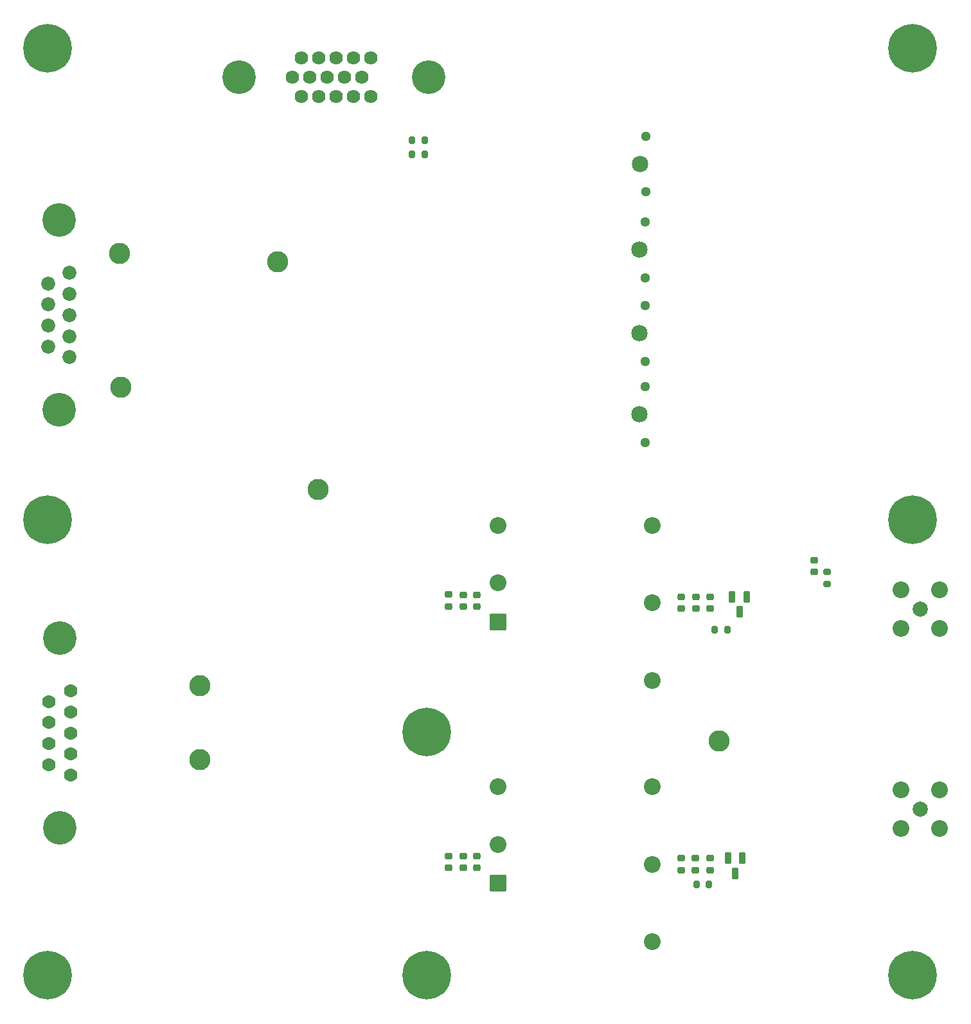
<source format=gbr>
%TF.GenerationSoftware,KiCad,Pcbnew,9.0.3*%
%TF.CreationDate,2025-09-17T10:51:31-04:00*%
%TF.ProjectId,4_COLD_TPC_SiPM_Pre_Amp,345f434f-4c44-45f5-9450-435f5369504d,rev?*%
%TF.SameCoordinates,Original*%
%TF.FileFunction,Soldermask,Bot*%
%TF.FilePolarity,Negative*%
%FSLAX46Y46*%
G04 Gerber Fmt 4.6, Leading zero omitted, Abs format (unit mm)*
G04 Created by KiCad (PCBNEW 9.0.3) date 2025-09-17 10:51:31*
%MOMM*%
%LPD*%
G01*
G04 APERTURE LIST*
G04 Aperture macros list*
%AMRoundRect*
0 Rectangle with rounded corners*
0 $1 Rounding radius*
0 $2 $3 $4 $5 $6 $7 $8 $9 X,Y pos of 4 corners*
0 Add a 4 corners polygon primitive as box body*
4,1,4,$2,$3,$4,$5,$6,$7,$8,$9,$2,$3,0*
0 Add four circle primitives for the rounded corners*
1,1,$1+$1,$2,$3*
1,1,$1+$1,$4,$5*
1,1,$1+$1,$6,$7*
1,1,$1+$1,$8,$9*
0 Add four rect primitives between the rounded corners*
20,1,$1+$1,$2,$3,$4,$5,0*
20,1,$1+$1,$4,$5,$6,$7,0*
20,1,$1+$1,$6,$7,$8,$9,0*
20,1,$1+$1,$8,$9,$2,$3,0*%
G04 Aperture macros list end*
%ADD10RoundRect,0.225000X0.250000X-0.225000X0.250000X0.225000X-0.250000X0.225000X-0.250000X-0.225000X0*%
%ADD11RoundRect,0.225000X-0.250000X0.225000X-0.250000X-0.225000X0.250000X-0.225000X0.250000X0.225000X0*%
%ADD12RoundRect,0.099250X-0.297750X0.632750X-0.297750X-0.632750X0.297750X-0.632750X0.297750X0.632750X0*%
%ADD13C,2.209800*%
%ADD14C,2.006600*%
%ADD15C,2.159000*%
%ADD16C,1.295400*%
%ADD17RoundRect,0.200000X-0.200000X-0.275000X0.200000X-0.275000X0.200000X0.275000X-0.200000X0.275000X0*%
%ADD18C,2.204000*%
%ADD19RoundRect,0.102000X1.000000X-1.000000X1.000000X1.000000X-1.000000X1.000000X-1.000000X-1.000000X0*%
%ADD20C,2.800000*%
%ADD21C,6.400000*%
%ADD22C,1.764000*%
%ADD23C,4.420000*%
%ADD24C,1.779000*%
%ADD25C,1.839000*%
%ADD26RoundRect,0.200000X0.275000X-0.200000X0.275000X0.200000X-0.275000X0.200000X-0.275000X-0.200000X0*%
%ADD27RoundRect,0.200000X0.200000X0.275000X-0.200000X0.275000X-0.200000X-0.275000X0.200000X-0.275000X0*%
G04 APERTURE END LIST*
D10*
%TO.C,C8*%
X187877500Y-162315000D03*
X187877500Y-163865000D03*
%TD*%
%TO.C,C9*%
X189767500Y-162320000D03*
X189767500Y-163870000D03*
%TD*%
%TO.C,C10*%
X191577500Y-162325000D03*
X191577500Y-163875000D03*
%TD*%
D11*
%TO.C,C11*%
X218487500Y-164155000D03*
X218487500Y-162605000D03*
%TD*%
D10*
%TO.C,C13*%
X220397500Y-162605000D03*
X220397500Y-164155000D03*
%TD*%
%TO.C,C14*%
X222307500Y-162605000D03*
X222307500Y-164155000D03*
%TD*%
D12*
%TO.C,D1*%
X225597500Y-164567500D03*
X226547500Y-162607500D03*
X224647500Y-162607500D03*
%TD*%
%TO.C,D2*%
X226165000Y-130157500D03*
X227115000Y-128197500D03*
X225215000Y-128197500D03*
%TD*%
D13*
%TO.C,J4*%
X252540000Y-158650000D03*
X247460000Y-158650000D03*
X247460000Y-153570000D03*
X252540000Y-153570000D03*
D14*
X250000000Y-156110000D03*
%TD*%
D13*
%TO.C,J5*%
X252540000Y-132320000D03*
X247460000Y-132320000D03*
X247460000Y-127240000D03*
X252540000Y-127240000D03*
D14*
X250000000Y-129780000D03*
%TD*%
D15*
%TO.C,P1*%
X212960000Y-93500000D03*
D16*
X213720000Y-89850000D03*
X213720000Y-97170000D03*
%TD*%
D15*
%TO.C,P2*%
X212960000Y-104170000D03*
D16*
X213720000Y-100520000D03*
X213720000Y-107840000D03*
%TD*%
D15*
%TO.C,P3*%
X212970000Y-82510000D03*
D16*
X213730000Y-78860000D03*
X213730000Y-86180000D03*
%TD*%
D15*
%TO.C,P4*%
X213060000Y-71180000D03*
D16*
X213820000Y-67530000D03*
X213820000Y-74850000D03*
%TD*%
D17*
%TO.C,R1*%
X222152500Y-166040000D03*
X220502500Y-166040000D03*
%TD*%
%TO.C,R2*%
X224580000Y-132490000D03*
X222930000Y-132490000D03*
%TD*%
D18*
%TO.C,U3*%
X194387500Y-153190000D03*
X214687500Y-153190000D03*
X214687500Y-163390000D03*
X214687500Y-173590000D03*
X194387500Y-160790000D03*
D19*
X194387500Y-165890000D03*
%TD*%
D20*
%TO.C,V_{EN}1*%
X170690000Y-114050000D03*
%TD*%
%TO.C,V_{OUT_RTN}1*%
X223490000Y-147150000D03*
%TD*%
%TO.C,+12V_RTN1*%
X155090000Y-149640000D03*
%TD*%
D21*
%TO.C,H5*%
X135000000Y-56000000D03*
%TD*%
%TO.C,H7*%
X249000000Y-118000000D03*
%TD*%
%TO.C,H6*%
X249000000Y-178000000D03*
%TD*%
%TO.C,H3*%
X185000000Y-146000000D03*
%TD*%
D20*
%TO.C,+5V1*%
X144520000Y-83000000D03*
%TD*%
D22*
%TO.C,J1*%
X138030000Y-140575000D03*
X138030000Y-143345000D03*
X138030000Y-146115000D03*
X138030000Y-148885000D03*
X138030000Y-151655000D03*
X135190000Y-141960000D03*
X135190000Y-144730000D03*
X135190000Y-147500000D03*
X135190000Y-150270000D03*
D23*
X136610000Y-133615000D03*
X136610000Y-158615000D03*
%TD*%
D24*
%TO.C,J3*%
X168434000Y-62350000D03*
X170724000Y-62350000D03*
X173014000Y-62350000D03*
X175304000Y-62350000D03*
X177594000Y-62350000D03*
X167289000Y-59810000D03*
X169579000Y-59810000D03*
X171869000Y-59810000D03*
X174159000Y-59810000D03*
X176449000Y-59810000D03*
X168434000Y-57270000D03*
X170724000Y-57270000D03*
X173014000Y-57270000D03*
X175304000Y-57270000D03*
X177594000Y-57270000D03*
D23*
X185255000Y-59810000D03*
X160265000Y-59810000D03*
%TD*%
D25*
%TO.C,J2*%
X137933250Y-96630000D03*
X137933250Y-93860000D03*
X137933250Y-91090000D03*
X137933250Y-88320000D03*
X137933250Y-85550000D03*
X135093250Y-95245000D03*
X135093250Y-92475000D03*
X135093250Y-89705000D03*
X135093250Y-86935000D03*
D23*
X136513250Y-78590000D03*
X136513250Y-103590000D03*
%TD*%
D21*
%TO.C,H8*%
X135000000Y-118000000D03*
%TD*%
%TO.C,H4*%
X185000000Y-178000000D03*
%TD*%
D20*
%TO.C,+12V1*%
X155090000Y-139890000D03*
%TD*%
%TO.C,-5V1*%
X144690000Y-100630000D03*
%TD*%
D21*
%TO.C,H2*%
X135000000Y-178000000D03*
%TD*%
%TO.C,H1*%
X249000000Y-56000000D03*
%TD*%
D20*
%TO.C,Telem_RTN1*%
X165350000Y-84050000D03*
%TD*%
D11*
%TO.C,C31*%
X236050000Y-123325000D03*
X236050000Y-124875000D03*
%TD*%
D26*
%TO.C,R43*%
X237760000Y-126525000D03*
X237760000Y-124875000D03*
%TD*%
D27*
%TO.C,R44*%
X184705000Y-68050000D03*
X183055000Y-68050000D03*
%TD*%
%TO.C,R42*%
X184705000Y-69910000D03*
X183055000Y-69910000D03*
%TD*%
D10*
%TO.C,C22*%
X220405000Y-129735000D03*
X220405000Y-128185000D03*
%TD*%
D11*
%TO.C,C20*%
X218495000Y-128185000D03*
X218495000Y-129735000D03*
%TD*%
D10*
%TO.C,C23*%
X222315000Y-129735000D03*
X222315000Y-128185000D03*
%TD*%
%TO.C,C18*%
X189775000Y-129450000D03*
X189775000Y-127900000D03*
%TD*%
%TO.C,C19*%
X191585000Y-129455000D03*
X191585000Y-127905000D03*
%TD*%
%TO.C,C17*%
X187885000Y-129445000D03*
X187885000Y-127895000D03*
%TD*%
D19*
%TO.C,U4*%
X194395000Y-131470000D03*
D18*
X194395000Y-126370000D03*
X214695000Y-139170000D03*
X214695000Y-128970000D03*
X214695000Y-118770000D03*
X194395000Y-118770000D03*
%TD*%
M02*

</source>
